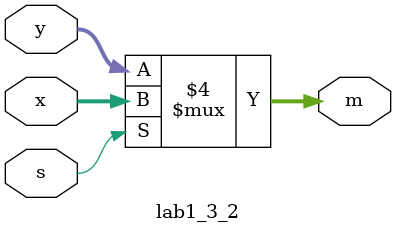
<source format=v>
`timescale 1ns / 1ps


module lab1_3_2(
    input [1:0] x,
    input [1:0] y,
    input s,
    output [1:0] m
    );
    
    reg [1:0] m;
    
    always @ (x or y or s) 
        begin       
            if(s==0)              
                m=y;       
            else              
                m=x; 
        end  
    
endmodule

</source>
